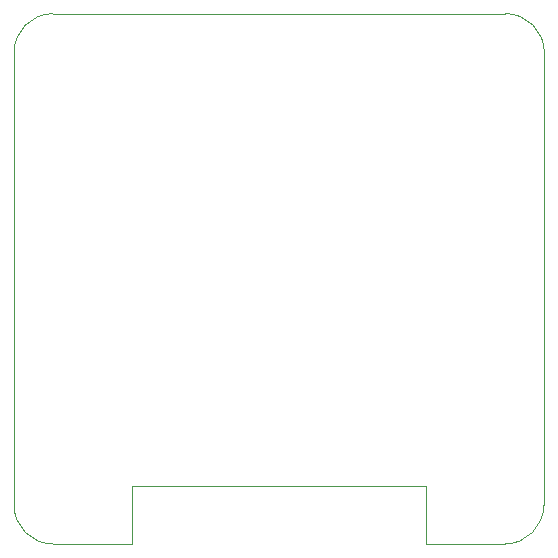
<source format=gbr>
%TF.GenerationSoftware,KiCad,Pcbnew,8.0.5*%
%TF.CreationDate,2024-10-28T18:07:44+00:00*%
%TF.ProjectId,WindSensorATMEGA328_PCB,57696e64-5365-46e7-936f-7241544d4547,rev?*%
%TF.SameCoordinates,PX5734380PY7df6180*%
%TF.FileFunction,Profile,NP*%
%FSLAX46Y46*%
G04 Gerber Fmt 4.6, Leading zero omitted, Abs format (unit mm)*
G04 Created by KiCad (PCBNEW 8.0.5) date 2024-10-28 18:07:44*
%MOMM*%
%LPD*%
G01*
G04 APERTURE LIST*
%TA.AperFunction,Profile*%
%ADD10C,0.120000*%
%TD*%
G04 APERTURE END LIST*
D10*
%TO.C,P6*%
X34828600Y1143400D02*
X34828600Y39446600D01*
X38130600Y-2158600D02*
X44836200Y-2158600D01*
X44836200Y2769000D02*
X69677400Y2769000D01*
X44836200Y-2158600D02*
X44836200Y2769000D01*
X69677400Y2769000D02*
X69677400Y-2158600D01*
X69677400Y-2158600D02*
X76384933Y-2160590D01*
X76433800Y42748600D02*
X38130600Y42748600D01*
X79686933Y1141467D02*
X79735800Y39446600D01*
X34828600Y39446600D02*
G75*
G02*
X38130600Y42748600I3302000J0D01*
G01*
X38130600Y-2158600D02*
G75*
G02*
X34828600Y1143400I0J3302000D01*
G01*
X76433800Y42748600D02*
G75*
G02*
X79735800Y39446600I0J-3302000D01*
G01*
X79686933Y1141467D02*
G75*
G02*
X76384933Y-2160533I-3301993J-7D01*
G01*
%TD*%
M02*

</source>
